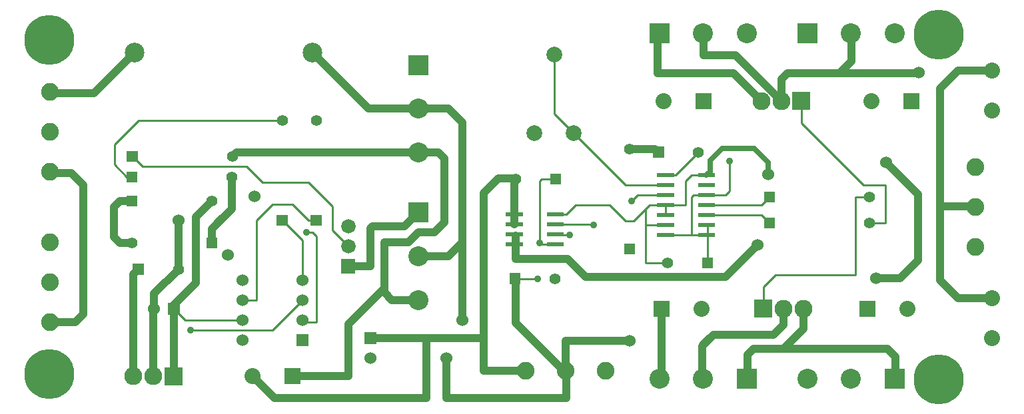
<source format=gbr>
G04 start of page 2 for group 0 idx 0 *
G04 Title: (unknown), top *
G04 Creator: pcb 1.99z *
G04 CreationDate: Fri 07 Mar 2014 08:36:24 PM GMT UTC *
G04 For: jpuls *
G04 Format: Gerber/RS-274X *
G04 PCB-Dimensions (mil): 5000.00 2020.00 *
G04 PCB-Coordinate-Origin: lower left *
%MOIN*%
%FSLAX25Y25*%
%LNTOP*%
%ADD35C,0.0472*%
%ADD34C,0.0420*%
%ADD33C,0.0280*%
%ADD32C,0.0300*%
%ADD31C,0.0591*%
%ADD30C,0.0551*%
%ADD29C,0.1250*%
%ADD28C,0.0350*%
%ADD27C,0.0200*%
%ADD26C,0.2500*%
%ADD25C,0.0360*%
%ADD24R,0.0200X0.0200*%
%ADD23C,0.0787*%
%ADD22C,0.0720*%
%ADD21C,0.0600*%
%ADD20C,0.0900*%
%ADD19C,0.0800*%
%ADD18C,0.0550*%
%ADD17C,0.1000*%
%ADD16C,0.0001*%
%ADD15C,0.0984*%
%ADD14C,0.0886*%
%ADD13C,0.0250*%
%ADD12C,0.0400*%
%ADD11C,0.0100*%
G54D11*X270661Y92076D02*X289411D01*
X427723Y92764D02*X435723D01*
X346223Y101764D02*X373723D01*
X377723Y105764D01*
X346223Y96764D02*X373723D01*
X377723Y92764D01*
G54D12*X463000Y86000D02*Y143000D01*
Y123000D02*Y160000D01*
X452000Y107000D02*X436000Y123000D01*
G54D11*X357723Y108764D02*Y123764D01*
X355723Y106764D02*X357723Y108764D01*
X427764Y111764D02*X424723D01*
X396000Y140487D01*
G54D13*X377000Y117000D02*Y123000D01*
X370000Y130000D01*
X354000D01*
X348000Y124000D01*
Y118541D01*
G54D11*X396723Y139764D02*X393723Y142764D01*
Y153764D01*
G54D12*X383723D02*Y164764D01*
X386723Y167764D01*
X412723D01*
X359723D02*X321723D01*
X360723Y176764D02*X344723D01*
X321723Y186764D02*X322723Y187764D01*
X344723Y176764D02*Y187664D01*
X344623Y187764D01*
X373723Y153764D02*X359723Y167764D01*
X383723Y153764D02*X360723Y176764D01*
X412723Y167764D02*X418723Y173764D01*
Y187664D01*
X418623Y187764D01*
X452500Y168000D02*X452264Y167764D01*
X406000D01*
X463000Y160000D02*X472000Y169000D01*
X489000D01*
G54D11*X325723Y116764D02*X330823D01*
X338723D02*X346223D01*
X325723Y106764D02*X311723D01*
X308723Y103764D01*
X335723Y101764D02*Y113764D01*
Y101764D02*X317723D01*
X309723Y93764D01*
X305723D01*
X297723Y101764D01*
X280723D01*
X325723Y91764D02*X315723D01*
X325723Y96764D02*Y101764D01*
X346223Y86764D02*X325723D01*
X338723Y105764D02*Y86764D01*
X346723Y91264D02*X346223Y91764D01*
G54D12*X307723Y129764D02*X320623D01*
X322223Y128164D01*
G54D11*X330823Y116764D02*X342223Y128164D01*
X335723Y113764D02*X338723Y116764D01*
X270000Y147473D02*X305709Y111764D01*
X325723D01*
X339723Y106764D02*X338723Y105764D01*
X339723Y106764D02*X355723D01*
X289411Y92076D02*X289723Y91764D01*
X276076Y97076D02*Y97117D01*
X280723Y101764D01*
G54D13*X348000Y118541D02*X346223Y116764D01*
G54D12*X255723Y18764D02*X234723D01*
Y55764D01*
X260223Y33264D02*X250723Y42764D01*
X216000Y5000D02*X276000D01*
Y17764D01*
X275723Y18764D02*X274723D01*
X259723Y33764D01*
X275723D02*X307723D01*
X323723Y49764D02*Y15764D01*
G54D11*X326723Y72764D02*X315723D01*
Y99764D01*
G54D12*X323723Y15764D02*X322723Y14764D01*
X344723Y14864D02*X344623Y14764D01*
X276000Y17764D02*X277000Y18764D01*
X344000Y31041D02*Y14141D01*
G54D11*X144000Y64000D02*Y84000D01*
X146000Y88000D02*X149000D01*
X151000Y86000D01*
X167000Y81000D02*X159000Y89000D01*
Y101000D02*X147000Y113000D01*
X124000D01*
G54D12*X202000Y128000D02*X111000D01*
G54D11*X144000Y84000D02*X134000Y94000D01*
X151000D02*X147000D01*
X139000Y102000D01*
X129000D01*
X159000Y89000D02*Y101000D01*
G54D12*X167000Y71000D02*X178000D01*
Y90000D01*
X179000Y91000D01*
X195000D01*
X196500Y92500D01*
X202000Y76100D02*X217100D01*
X224000Y83000D01*
X195000Y91000D02*X202000Y98000D01*
Y88000D02*X210000D01*
X215000Y93000D01*
X217000Y150000D02*X201200D01*
X201100Y149900D01*
X178000Y35000D02*X234723D01*
X206000D02*Y5000D01*
X202000Y54200D02*X188800D01*
X185000Y58000D01*
X216000Y25000D02*Y5000D01*
X215000Y93000D02*Y125000D01*
X212000Y128000D01*
X203000D01*
G54D11*X151000Y86000D02*Y43000D01*
X145000D01*
G54D12*X206000Y5000D02*X130000D01*
X119000Y16000D01*
G54D11*X139000D02*Y17000D01*
G54D12*Y16000D02*X167000D01*
G54D11*X145000Y43000D02*X144000Y44000D01*
X113000Y43000D02*X114000Y44000D01*
X144000Y54000D02*X129000Y39000D01*
G54D12*X185000Y58000D02*Y83000D01*
X197000D01*
X202000Y88000D01*
X167000Y16000D02*Y42000D01*
X185000Y60000D01*
X250723Y64598D02*X250488Y64833D01*
G54D11*X261654D01*
X261723Y64764D01*
G54D12*X250723Y74764D02*X276723D01*
X285723Y65764D01*
X224000Y83000D02*Y143000D01*
X217000Y150000D01*
X224000Y89000D02*Y44000D01*
X250161Y92076D02*Y114674D01*
X250723Y42764D02*Y64598D01*
X234723Y52000D02*Y107723D01*
X250723Y74764D02*Y86514D01*
G54D11*X435723Y92764D02*Y111764D01*
X427723Y105764D02*X420723D01*
X435723Y111764D02*X427723D01*
X420723Y105764D02*Y66764D01*
G54D12*X479723Y99764D02*X480723Y100764D01*
X463000Y101000D02*X480959D01*
X481000Y101041D01*
X489000Y55000D02*X472000D01*
X463000Y64000D01*
X431000Y65000D02*X443000D01*
X452000Y74000D01*
X463000Y64000D02*Y101000D01*
X452000Y74000D02*Y107000D01*
G54D11*X420723Y66764D02*X380723D01*
G54D12*X285723Y65764D02*X355723D01*
G54D11*X380723Y66764D02*X374723Y60764D01*
G54D12*X355723Y65764D02*X371723Y81764D01*
G54D11*X346723Y72764D02*Y91264D01*
G54D12*X349723Y36764D02*X344723Y31764D01*
X344623Y31664D02*X347959Y35000D01*
X346000Y33041D02*X344000Y31041D01*
X275723Y18764D02*Y33764D01*
X379723Y36764D02*X349723D01*
X384723Y29764D02*X369723D01*
X366723Y26764D01*
Y14964D01*
X366523Y14764D01*
G54D11*X374723Y60764D02*Y49764D01*
G54D12*X384723D02*Y41764D01*
X379723Y36764D01*
X394723Y49764D02*Y39764D01*
X384723Y29764D01*
X379723D02*X436723D01*
X440723Y25764D01*
Y14964D01*
X440523Y14764D01*
G54D11*X262723Y87764D02*Y113764D01*
X276035Y97076D02*X270661D01*
X262723Y113764D02*X263723Y114764D01*
X270661Y82076D02*X263411D01*
X262723Y82764D01*
Y88764D01*
X277723Y86764D02*X270973D01*
X270661Y87076D01*
G54D12*X321723Y167764D02*Y186764D01*
G54D11*X270000Y177000D02*Y147473D01*
G54D12*X147976Y177000D02*X148976Y178000D01*
X149000Y178024D02*Y178000D01*
X177076Y149900D02*X148976Y178000D01*
X202000Y149900D02*X177076D01*
X168976Y158000D01*
G54D11*X270723Y114764D02*X263723D01*
G54D12*X234723Y107723D02*X242000Y115000D01*
X250487D01*
X250723Y114764D01*
X200000Y126000D02*X202000Y128000D01*
X49723Y100764D02*X52723Y103764D01*
X18000Y43000D02*X30500D01*
X34500Y47000D01*
Y100000D01*
Y101300D02*Y93600D01*
X52723Y103764D02*X58723D01*
Y82764D02*X52723D01*
X49723Y85764D01*
Y100764D01*
X62000Y69486D02*X61989Y69497D01*
X59500Y67008D02*X61989Y69497D01*
X18000Y157800D02*X39800D01*
X60000Y178000D01*
X34500Y96300D02*Y111700D01*
X28500Y117700D01*
G54D11*X50000Y122000D02*Y132000D01*
X62000Y144000D01*
G54D12*X28500Y117700D02*X18100D01*
G54D11*X64000Y121000D02*X59000Y126000D01*
X58723Y115764D02*X56236D01*
X50000Y122000D01*
G54D12*X18100Y117700D02*X18000Y117800D01*
X101723Y92764D02*X108723Y99764D01*
X90723Y95764D02*X98723Y103764D01*
G54D11*X129000Y102000D02*X121000Y94000D01*
Y54000D01*
X114000D01*
X124000Y113000D02*X116000Y121000D01*
G54D12*X98723Y82764D02*Y89764D01*
X103959Y95000D01*
G54D11*X129000Y39000D02*X88000D01*
X114000Y44000D02*X85487D01*
G54D12*X108723Y99764D02*Y115764D01*
G54D11*X116000Y121000D02*X64000D01*
X62000Y144000D02*X134000D01*
G54D12*X111000Y128000D02*X109000Y126000D01*
X69723Y50764D02*Y57231D01*
X81989Y69497D01*
X79723Y51764D02*X90723Y62764D01*
X69500Y48777D02*X69723Y49000D01*
X69500Y49777D02*X69723Y50000D01*
X59500Y16000D02*Y67008D01*
X90723Y62764D02*Y95764D01*
X82000Y69508D02*Y94000D01*
X79723Y49764D02*Y16223D01*
X79500Y16000D01*
X69500D02*Y49777D01*
G54D11*X85487Y44000D02*X79723Y49764D01*
G54D14*X17900Y158400D03*
Y138400D03*
Y118400D03*
X17914Y83061D03*
Y63061D03*
Y43061D03*
G54D15*X60000Y178000D03*
X148976D03*
G54D16*G36*
X197000Y176800D02*Y166800D01*
X207000D01*
Y176800D01*
X197000D01*
G37*
G54D17*X202000Y149900D03*
G54D18*X58723Y82764D03*
G54D16*G36*
X55973Y118514D02*Y113014D01*
X61473D01*
Y118514D01*
X55973D01*
G37*
G36*
Y106514D02*Y101014D01*
X61473D01*
Y106514D01*
X55973D01*
G37*
G54D18*X98723Y103764D03*
X108723Y115764D03*
G54D16*G36*
X56250Y128750D02*Y123250D01*
X61750D01*
Y128750D01*
X56250D01*
G37*
G54D18*X109000Y126000D03*
G54D17*X202000Y128000D03*
G54D16*G36*
X131250Y96750D02*Y91250D01*
X136750D01*
Y96750D01*
X131250D01*
G37*
G54D18*X134000Y144000D03*
G54D16*G36*
X148250Y96750D02*Y91250D01*
X153750D01*
Y96750D01*
X148250D01*
G37*
G54D18*X151000Y144000D03*
G54D16*G36*
X75000Y20500D02*Y11500D01*
X84000D01*
Y20500D01*
X75000D01*
G37*
G54D19*X119000Y16000D03*
G54D20*X69500D03*
X59500D03*
G54D16*G36*
X59239Y72247D02*Y66747D01*
X64739D01*
Y72247D01*
X59239D01*
G37*
G54D18*X81989Y69497D03*
G54D16*G36*
X95973Y85514D02*Y80014D01*
X101473D01*
Y85514D01*
X95973D01*
G37*
G54D21*X114000Y64000D03*
G54D16*G36*
X76723Y52764D02*Y46764D01*
X82723D01*
Y52764D01*
X76723D01*
G37*
G54D21*X69723Y49764D03*
G54D16*G36*
X135000Y20000D02*Y12000D01*
X143000D01*
Y20000D01*
X135000D01*
G37*
G36*
X141000Y37000D02*Y31000D01*
X147000D01*
Y37000D01*
X141000D01*
G37*
G54D21*X144000Y44000D03*
Y54000D03*
Y64000D03*
X114000Y54000D03*
Y44000D03*
Y34000D03*
G54D16*G36*
X175000Y38000D02*Y32000D01*
X181000D01*
Y38000D01*
X175000D01*
G37*
G54D21*X178000Y25000D03*
G54D16*G36*
X163400Y74600D02*Y67400D01*
X170600D01*
Y74600D01*
X163400D01*
G37*
G54D22*X167000Y81000D03*
Y91000D03*
G54D16*G36*
X197000Y103000D02*Y93000D01*
X207000D01*
Y103000D01*
X197000D01*
G37*
G54D17*X202000Y76100D03*
Y54200D03*
G54D14*X255723Y18764D03*
X275723D03*
X295723D03*
G54D17*X322723Y14764D03*
G54D16*G36*
X370223Y54264D02*Y45264D01*
X379223D01*
Y54264D01*
X370223D01*
G37*
G36*
X319723Y53764D02*Y45764D01*
X327723D01*
Y53764D01*
X319723D01*
G37*
G54D19*X343723Y49764D03*
G54D16*G36*
X361523Y19764D02*Y9764D01*
X371523D01*
Y19764D01*
X361523D01*
G37*
G54D17*X344623Y14764D03*
G54D16*G36*
X435523Y19764D02*Y9764D01*
X445523D01*
Y19764D01*
X435523D01*
G37*
G54D17*X418623Y14764D03*
X396723D03*
G54D20*X384723Y49764D03*
G54D16*G36*
X343973Y75514D02*Y70014D01*
X349473D01*
Y75514D01*
X343973D01*
G37*
G54D18*X326723Y72764D03*
G54D19*X489000Y35000D03*
Y55000D03*
G54D20*X394723Y49764D03*
G54D16*G36*
X422723Y53764D02*Y45764D01*
X430723D01*
Y53764D01*
X422723D01*
G37*
G36*
X374973Y95514D02*Y90014D01*
X380473D01*
Y95514D01*
X374973D01*
G37*
G54D19*X428723Y153764D03*
G54D16*G36*
X389223Y158264D02*Y149264D01*
X398223D01*
Y158264D01*
X389223D01*
G37*
G54D20*X383723Y153764D03*
X373723D03*
G54D18*X427723Y105764D03*
G54D14*X480723Y120764D03*
G54D16*G36*
X444723Y157764D02*Y149764D01*
X452723D01*
Y157764D01*
X444723D01*
G37*
G54D17*X344623Y187764D03*
X366523D03*
G54D16*G36*
X391723Y192764D02*Y182764D01*
X401723D01*
Y192764D01*
X391723D01*
G37*
G54D17*X418623Y187764D03*
X440523D03*
G54D14*X480723Y80764D03*
Y100764D03*
G54D19*X446723Y49764D03*
G54D18*X427723Y92764D03*
G54D19*X489000Y149000D03*
Y169000D03*
X324723Y153764D03*
G54D16*G36*
X319473Y130914D02*Y125414D01*
X324973D01*
Y130914D01*
X319473D01*
G37*
G36*
X304973Y82514D02*Y77014D01*
X310473D01*
Y82514D01*
X304973D01*
G37*
G54D18*X307723Y129764D03*
G54D16*G36*
X317723Y192764D02*Y182764D01*
X327723D01*
Y192764D01*
X317723D01*
G37*
G36*
X374973Y108514D02*Y103014D01*
X380473D01*
Y108514D01*
X374973D01*
G37*
G36*
X267973Y117514D02*Y112014D01*
X273473D01*
Y117514D01*
X267973D01*
G37*
G54D18*X250723Y114764D03*
G54D16*G36*
X247738Y67583D02*Y62083D01*
X253238D01*
Y67583D01*
X247738D01*
G37*
G54D18*X270488Y64833D03*
G54D16*G36*
X340723Y157764D02*Y149764D01*
X348723D01*
Y157764D01*
X340723D01*
G37*
G54D18*X342223Y128164D03*
G54D23*X260157Y137630D03*
X279843D03*
X270000Y177000D03*
G54D24*X322473Y101764D02*X328973D01*
X322473Y96764D02*X328973D01*
X322473Y91764D02*X328973D01*
X322473Y86764D02*X328973D01*
X322473Y116764D02*X328973D01*
X322473Y111764D02*X328973D01*
X322473Y106764D02*X328973D01*
X342973Y86764D02*X349473D01*
X246911Y87076D02*X253411D01*
X246911Y82076D02*X253411D01*
X267411D02*X273911D01*
X267411Y87076D02*X273911D01*
X342973Y91764D02*X349473D01*
X246911Y92076D02*X253411D01*
X267411D02*X273911D01*
X342973Y96764D02*X349473D01*
X246911Y97076D02*X253411D01*
X267411D02*X273911D01*
X342973Y101764D02*X349473D01*
X342973Y106764D02*X349473D01*
X342973Y111764D02*X349473D01*
X342973Y116764D02*X349473D01*
G54D25*X262723Y82764D03*
X277723Y86764D03*
X289723Y91764D03*
X308723Y103764D03*
G54D21*X106723Y76764D03*
G54D25*X146000Y88000D03*
G54D21*X120000Y106000D03*
X82000Y94000D03*
G54D25*X88000Y39000D03*
G54D26*X17500Y184500D03*
Y17000D03*
G54D25*X261723Y64764D03*
G54D21*X307723Y33764D03*
X224000Y44000D03*
X216000Y25000D03*
X371723Y81764D03*
G54D26*X462500Y14500D03*
G54D21*X431000Y65000D03*
G54D25*X357723Y123764D03*
G54D26*X462500Y187000D03*
G54D21*X452500Y168000D03*
X436000Y123000D03*
X377000Y117000D03*
G54D27*G54D28*G54D27*G54D28*G54D27*G54D29*G54D27*G54D28*G54D29*G54D28*G54D27*G54D29*G54D28*G54D30*G54D31*G54D21*G54D32*G54D21*G54D32*G54D21*G54D12*G54D21*G54D32*G54D33*G54D32*G54D12*G54D33*G54D32*G54D34*G54D21*G54D30*G54D21*G54D12*G54D21*G54D32*G54D12*G54D21*G54D12*G54D32*G54D12*G54D21*G54D32*G54D30*G54D12*G54D21*G54D30*G54D12*G54D32*G54D12*G54D32*G54D21*G54D32*G54D12*G54D32*G54D35*M02*

</source>
